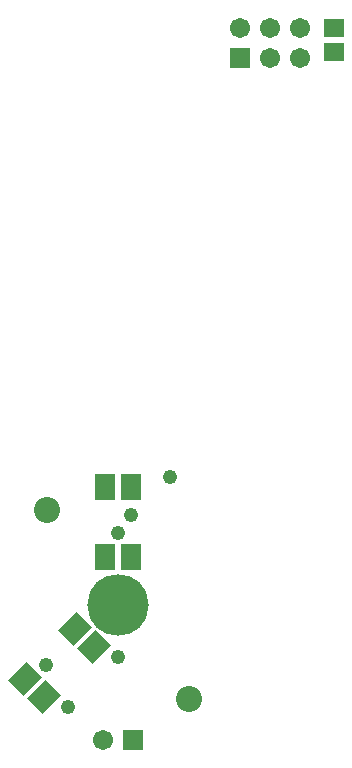
<source format=gbs>
G04 Layer_Color=16711935*
%FSLAX25Y25*%
%MOIN*%
G70*
G01*
G75*
%ADD22R,0.06706X0.06312*%
%ADD23R,0.07099X0.08674*%
G04:AMPARAMS|DCode=24|XSize=86.74mil|YSize=70.99mil|CornerRadius=0mil|HoleSize=0mil|Usage=FLASHONLY|Rotation=225.000|XOffset=0mil|YOffset=0mil|HoleType=Round|Shape=Rectangle|*
%AMROTATEDRECTD24*
4,1,4,0.00557,0.05577,0.05577,0.00557,-0.00557,-0.05577,-0.05577,-0.00557,0.00557,0.05577,0.0*
%
%ADD24ROTATEDRECTD24*%

%ADD25C,0.06706*%
%ADD26R,0.06706X0.06706*%
%ADD27C,0.20485*%
%ADD28C,0.08674*%
%ADD29C,0.08674*%
%ADD30C,0.04800*%
D22*
X72063Y192087D02*
D03*
Y184213D02*
D03*
D23*
X4331Y39370D02*
D03*
Y15748D02*
D03*
X-4331Y39370D02*
D03*
X-4331Y15748D02*
D03*
D24*
X-30901Y-24776D02*
D03*
X-14198Y-8073D02*
D03*
X-24777Y-30901D02*
D03*
X-8073Y-14198D02*
D03*
D25*
X-5000Y-45000D02*
D03*
X40709Y192087D02*
D03*
X50709Y182087D02*
D03*
Y192087D02*
D03*
X60709Y182087D02*
D03*
Y192087D02*
D03*
D26*
X5000Y-45000D02*
D03*
X40709Y182087D02*
D03*
D27*
X-0Y-0D02*
D03*
D28*
X23622Y-31496D02*
D03*
D29*
X-23622Y31496D02*
D03*
D30*
X0Y24000D02*
D03*
X4500Y30000D02*
D03*
X17500Y42500D02*
D03*
X-24000Y-20000D02*
D03*
X-16703Y-34203D02*
D03*
X0Y-17500D02*
D03*
M02*

</source>
